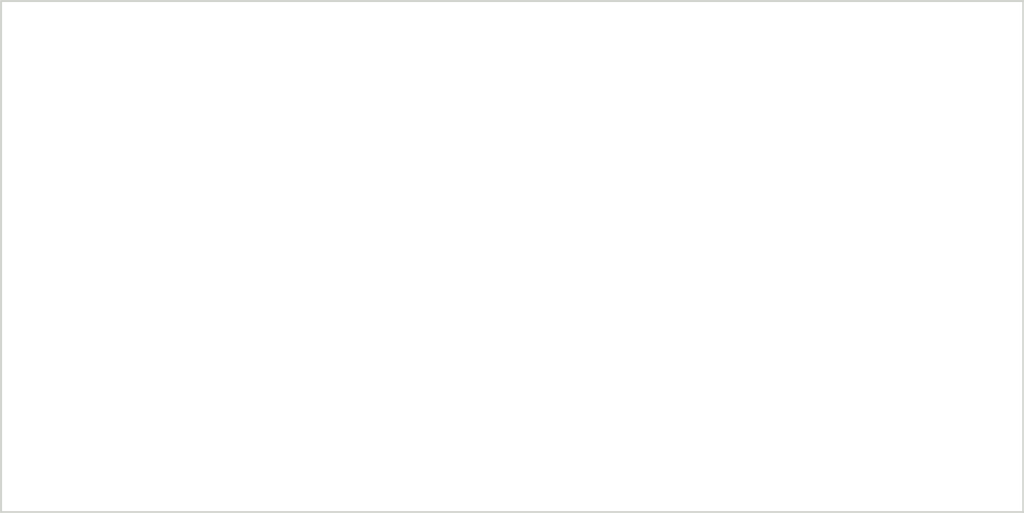
<source format=kicad_pcb>
(kicad_pcb (version 20221018) (generator pcbnew)

  (general
    (thickness 1.6)
  )

  (paper "A4")
  (layers
    (0 "F.Cu" signal)
    (31 "B.Cu" signal)
    (32 "B.Adhes" user "B.Adhesive")
    (33 "F.Adhes" user "F.Adhesive")
    (34 "B.Paste" user)
    (35 "F.Paste" user)
    (36 "B.SilkS" user "B.Silkscreen")
    (37 "F.SilkS" user "F.Silkscreen")
    (38 "B.Mask" user)
    (39 "F.Mask" user)
    (40 "Dwgs.User" user "User.Drawings")
    (41 "Cmts.User" user "User.Comments")
    (42 "Eco1.User" user "User.Eco1")
    (43 "Eco2.User" user "User.Eco2")
    (44 "Edge.Cuts" user)
    (45 "Margin" user)
    (46 "B.CrtYd" user "B.Courtyard")
    (47 "F.CrtYd" user "F.Courtyard")
    (48 "B.Fab" user)
    (49 "F.Fab" user)
    (50 "User.1" user)
    (51 "User.2" user)
    (52 "User.3" user)
    (53 "User.4" user)
    (54 "User.5" user)
    (55 "User.6" user)
    (56 "User.7" user)
    (57 "User.8" user)
    (58 "User.9" user)
  )

  (setup
    (pad_to_mask_clearance 0)
    (pcbplotparams
      (layerselection 0x00010fc_ffffffff)
      (plot_on_all_layers_selection 0x0000000_00000000)
      (disableapertmacros false)
      (usegerberextensions false)
      (usegerberattributes true)
      (usegerberadvancedattributes true)
      (creategerberjobfile true)
      (dashed_line_dash_ratio 12.000000)
      (dashed_line_gap_ratio 3.000000)
      (svgprecision 4)
      (plotframeref false)
      (viasonmask false)
      (mode 1)
      (useauxorigin false)
      (hpglpennumber 1)
      (hpglpenspeed 20)
      (hpglpendiameter 15.000000)
      (dxfpolygonmode true)
      (dxfimperialunits true)
      (dxfusepcbnewfont true)
      (psnegative false)
      (psa4output false)
      (plotreference true)
      (plotvalue true)
      (plotinvisibletext false)
      (sketchpadsonfab false)
      (subtractmaskfromsilk false)
      (outputformat 1)
      (mirror false)
      (drillshape 1)
      (scaleselection 1)
      (outputdirectory "")
    )
  )

  (net 0 "")

  (gr_rect (start 44.25 38.25) (end 94.25 63.25)
    (stroke (width 0.1) (type default)) (fill none) (layer "Edge.Cuts") (tstamp 8bfd26e0-9444-4303-8825-3b5cc422e905))

)

</source>
